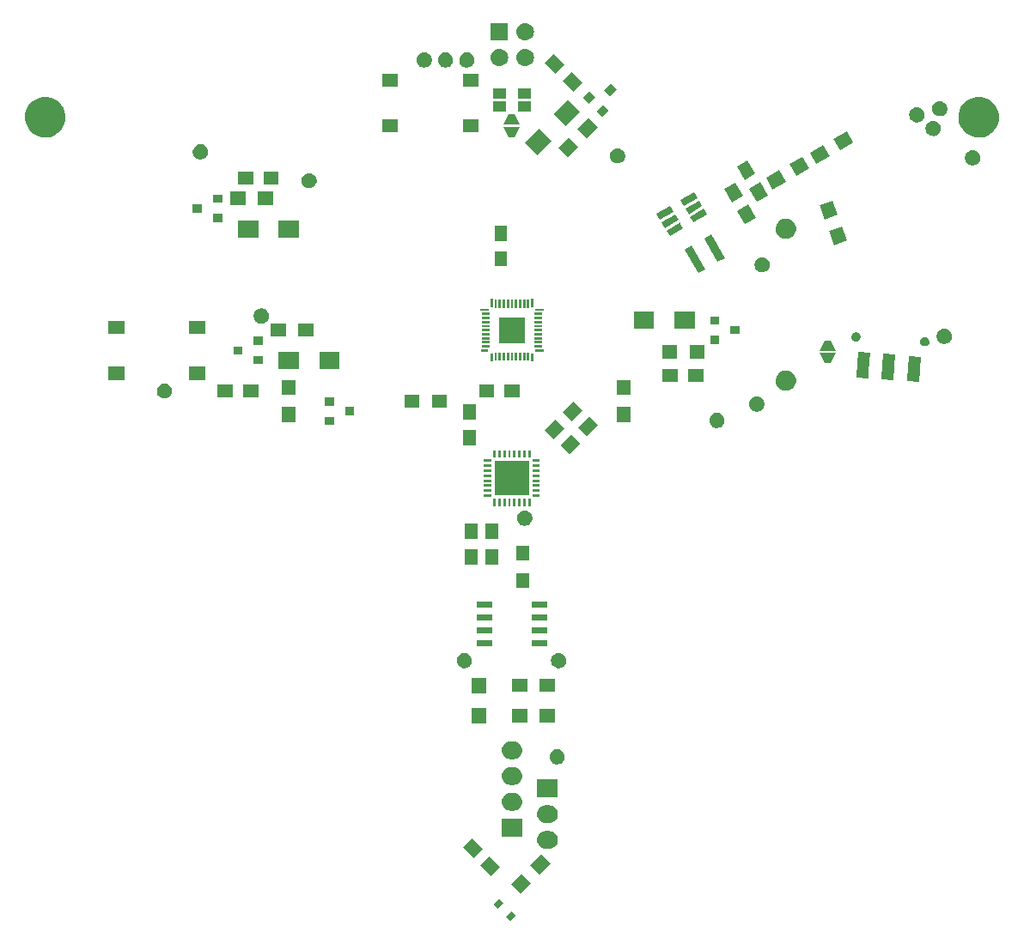
<source format=gbs>
G04 #@! TF.FileFunction,Soldermask,Bot*
%FSLAX46Y46*%
G04 Gerber Fmt 4.6, Leading zero omitted, Abs format (unit mm)*
G04 Created by KiCad (PCBNEW 4.0.6) date Monday, May 07, 2018 'PMt' 08:57:05 PM*
%MOMM*%
%LPD*%
G01*
G04 APERTURE LIST*
%ADD10C,0.100000*%
G04 APERTURE END LIST*
D10*
G36*
X150396016Y-147730330D02*
X149830330Y-148296016D01*
X149406066Y-147871752D01*
X149971752Y-147306066D01*
X150396016Y-147730330D01*
X150396016Y-147730330D01*
G37*
G36*
X149193934Y-146528248D02*
X148628248Y-147093934D01*
X148203984Y-146669670D01*
X148769670Y-146103984D01*
X149193934Y-146528248D01*
X149193934Y-146528248D01*
G37*
G36*
X151880762Y-144538477D02*
X150820101Y-145599138D01*
X149900862Y-144679899D01*
X150961523Y-143619238D01*
X151880762Y-144538477D01*
X151880762Y-144538477D01*
G37*
G36*
X148856156Y-142972271D02*
X147972271Y-143856156D01*
X146911610Y-142795495D01*
X147795495Y-141911610D01*
X148856156Y-142972271D01*
X148856156Y-142972271D01*
G37*
G36*
X153789950Y-142629289D02*
X152729289Y-143689950D01*
X151810050Y-142770711D01*
X152870711Y-141710050D01*
X153789950Y-142629289D01*
X153789950Y-142629289D01*
G37*
G36*
X147088390Y-141204505D02*
X146204505Y-142088390D01*
X145143844Y-141027729D01*
X146027729Y-140143844D01*
X147088390Y-141204505D01*
X147088390Y-141204505D01*
G37*
G36*
X153664649Y-139426451D02*
X153669374Y-139426484D01*
X153836869Y-139445272D01*
X153997524Y-139496235D01*
X154145222Y-139577432D01*
X154274335Y-139685771D01*
X154379946Y-139817124D01*
X154458032Y-139966490D01*
X154505619Y-140128177D01*
X154505622Y-140128206D01*
X154505627Y-140128224D01*
X154520898Y-140296027D01*
X154503285Y-140463602D01*
X154503281Y-140463616D01*
X154503277Y-140463651D01*
X154453437Y-140624658D01*
X154373273Y-140772919D01*
X154265838Y-140902785D01*
X154135225Y-141009311D01*
X153986408Y-141088438D01*
X153825057Y-141137153D01*
X153657316Y-141153600D01*
X153342648Y-141153600D01*
X153335351Y-141153549D01*
X153330626Y-141153516D01*
X153163131Y-141134728D01*
X153002476Y-141083765D01*
X152854778Y-141002568D01*
X152725665Y-140894229D01*
X152620054Y-140762876D01*
X152541968Y-140613510D01*
X152494381Y-140451823D01*
X152494378Y-140451794D01*
X152494373Y-140451776D01*
X152479102Y-140283973D01*
X152496715Y-140116398D01*
X152496719Y-140116384D01*
X152496723Y-140116349D01*
X152546563Y-139955342D01*
X152626727Y-139807081D01*
X152734162Y-139677215D01*
X152864775Y-139570689D01*
X153013592Y-139491562D01*
X153174943Y-139442847D01*
X153342684Y-139426400D01*
X153657352Y-139426400D01*
X153664649Y-139426451D01*
X153664649Y-139426451D01*
G37*
G36*
X151016000Y-139943599D02*
X148984000Y-139943599D01*
X148984000Y-138216399D01*
X151016000Y-138216399D01*
X151016000Y-139943599D01*
X151016000Y-139943599D01*
G37*
G36*
X153664649Y-136886451D02*
X153669374Y-136886484D01*
X153836869Y-136905272D01*
X153997524Y-136956235D01*
X154145222Y-137037432D01*
X154274335Y-137145771D01*
X154379946Y-137277124D01*
X154458032Y-137426490D01*
X154505619Y-137588177D01*
X154505622Y-137588206D01*
X154505627Y-137588224D01*
X154520898Y-137756027D01*
X154503285Y-137923602D01*
X154503281Y-137923616D01*
X154503277Y-137923651D01*
X154453437Y-138084658D01*
X154373273Y-138232919D01*
X154265838Y-138362785D01*
X154135225Y-138469311D01*
X153986408Y-138548438D01*
X153825057Y-138597153D01*
X153657316Y-138613600D01*
X153342648Y-138613600D01*
X153335351Y-138613549D01*
X153330626Y-138613516D01*
X153163131Y-138594728D01*
X153002476Y-138543765D01*
X152854778Y-138462568D01*
X152725665Y-138354229D01*
X152620054Y-138222876D01*
X152541968Y-138073510D01*
X152494381Y-137911823D01*
X152494378Y-137911794D01*
X152494373Y-137911776D01*
X152479102Y-137743973D01*
X152496715Y-137576398D01*
X152496719Y-137576384D01*
X152496723Y-137576349D01*
X152546563Y-137415342D01*
X152626727Y-137267081D01*
X152734162Y-137137215D01*
X152864775Y-137030689D01*
X153013592Y-136951562D01*
X153174943Y-136902847D01*
X153342684Y-136886400D01*
X153657352Y-136886400D01*
X153664649Y-136886451D01*
X153664649Y-136886451D01*
G37*
G36*
X150164649Y-135676450D02*
X150169374Y-135676483D01*
X150336869Y-135695271D01*
X150497524Y-135746234D01*
X150645222Y-135827431D01*
X150774335Y-135935770D01*
X150879946Y-136067123D01*
X150958032Y-136216489D01*
X151005619Y-136378176D01*
X151005622Y-136378205D01*
X151005627Y-136378223D01*
X151020898Y-136546026D01*
X151003285Y-136713601D01*
X151003281Y-136713615D01*
X151003277Y-136713650D01*
X150953437Y-136874657D01*
X150873273Y-137022918D01*
X150765838Y-137152784D01*
X150635225Y-137259310D01*
X150486408Y-137338437D01*
X150325057Y-137387152D01*
X150157316Y-137403599D01*
X149842648Y-137403599D01*
X149835351Y-137403548D01*
X149830626Y-137403515D01*
X149663131Y-137384727D01*
X149502476Y-137333764D01*
X149354778Y-137252567D01*
X149225665Y-137144228D01*
X149120054Y-137012875D01*
X149041968Y-136863509D01*
X148994381Y-136701822D01*
X148994378Y-136701793D01*
X148994373Y-136701775D01*
X148979102Y-136533972D01*
X148996715Y-136366397D01*
X148996719Y-136366383D01*
X148996723Y-136366348D01*
X149046563Y-136205341D01*
X149126727Y-136057080D01*
X149234162Y-135927214D01*
X149364775Y-135820688D01*
X149513592Y-135741561D01*
X149674943Y-135692846D01*
X149842684Y-135676399D01*
X150157352Y-135676399D01*
X150164649Y-135676450D01*
X150164649Y-135676450D01*
G37*
G36*
X154516000Y-136073600D02*
X152484000Y-136073600D01*
X152484000Y-134346400D01*
X154516000Y-134346400D01*
X154516000Y-136073600D01*
X154516000Y-136073600D01*
G37*
G36*
X150164649Y-133136450D02*
X150169374Y-133136483D01*
X150336869Y-133155271D01*
X150497524Y-133206234D01*
X150645222Y-133287431D01*
X150774335Y-133395770D01*
X150879946Y-133527123D01*
X150958032Y-133676489D01*
X151005619Y-133838176D01*
X151005622Y-133838205D01*
X151005627Y-133838223D01*
X151020898Y-134006026D01*
X151003285Y-134173601D01*
X151003281Y-134173615D01*
X151003277Y-134173650D01*
X150953437Y-134334657D01*
X150873273Y-134482918D01*
X150765838Y-134612784D01*
X150635225Y-134719310D01*
X150486408Y-134798437D01*
X150325057Y-134847152D01*
X150157316Y-134863599D01*
X149842648Y-134863599D01*
X149835351Y-134863548D01*
X149830626Y-134863515D01*
X149663131Y-134844727D01*
X149502476Y-134793764D01*
X149354778Y-134712567D01*
X149225665Y-134604228D01*
X149120054Y-134472875D01*
X149041968Y-134323509D01*
X148994381Y-134161822D01*
X148994378Y-134161793D01*
X148994373Y-134161775D01*
X148979102Y-133993972D01*
X148996715Y-133826397D01*
X148996719Y-133826383D01*
X148996723Y-133826348D01*
X149046563Y-133665341D01*
X149126727Y-133517080D01*
X149234162Y-133387214D01*
X149364775Y-133280688D01*
X149513592Y-133201561D01*
X149674943Y-133152846D01*
X149842684Y-133136399D01*
X150157352Y-133136399D01*
X150164649Y-133136450D01*
X150164649Y-133136450D01*
G37*
G36*
X154528775Y-131350498D02*
X154672856Y-131380073D01*
X154808444Y-131437069D01*
X154930382Y-131519317D01*
X155034023Y-131623685D01*
X155115419Y-131746194D01*
X155171464Y-131882173D01*
X155199966Y-132026115D01*
X155199966Y-132026125D01*
X155200032Y-132026459D01*
X155197686Y-132194455D01*
X155197610Y-132194789D01*
X155197610Y-132194801D01*
X155165104Y-132337881D01*
X155105279Y-132472250D01*
X155020496Y-132592437D01*
X154913978Y-132693872D01*
X154789796Y-132772680D01*
X154652666Y-132825869D01*
X154507819Y-132851410D01*
X154360769Y-132848330D01*
X154217111Y-132816745D01*
X154082338Y-132757864D01*
X153961554Y-132673917D01*
X153859383Y-132568115D01*
X153779709Y-132444486D01*
X153725564Y-132307731D01*
X153699012Y-132163059D01*
X153701066Y-132015992D01*
X153731645Y-131872127D01*
X153789587Y-131736937D01*
X153872687Y-131615574D01*
X153977773Y-131512665D01*
X154100844Y-131432130D01*
X154237221Y-131377030D01*
X154381693Y-131349470D01*
X154528775Y-131350498D01*
X154528775Y-131350498D01*
G37*
G36*
X150164649Y-130596450D02*
X150169374Y-130596483D01*
X150336869Y-130615271D01*
X150497524Y-130666234D01*
X150645222Y-130747431D01*
X150774335Y-130855770D01*
X150879946Y-130987123D01*
X150958032Y-131136489D01*
X151005619Y-131298176D01*
X151005622Y-131298205D01*
X151005627Y-131298223D01*
X151020898Y-131466026D01*
X151003285Y-131633601D01*
X151003281Y-131633615D01*
X151003277Y-131633650D01*
X150953437Y-131794657D01*
X150873273Y-131942918D01*
X150765838Y-132072784D01*
X150635225Y-132179310D01*
X150486408Y-132258437D01*
X150325057Y-132307152D01*
X150157316Y-132323599D01*
X149842648Y-132323599D01*
X149835351Y-132323548D01*
X149830626Y-132323515D01*
X149663131Y-132304727D01*
X149502476Y-132253764D01*
X149354778Y-132172567D01*
X149225665Y-132064228D01*
X149120054Y-131932875D01*
X149041968Y-131783509D01*
X148994381Y-131621822D01*
X148994378Y-131621793D01*
X148994373Y-131621775D01*
X148979102Y-131453972D01*
X148996715Y-131286397D01*
X148996719Y-131286383D01*
X148996723Y-131286348D01*
X149046563Y-131125341D01*
X149126727Y-130977080D01*
X149234162Y-130847214D01*
X149364775Y-130740688D01*
X149513592Y-130661561D01*
X149674943Y-130612846D01*
X149842684Y-130596399D01*
X150157352Y-130596399D01*
X150164649Y-130596450D01*
X150164649Y-130596450D01*
G37*
G36*
X147500000Y-128800000D02*
X146000000Y-128800000D01*
X146000000Y-127300000D01*
X147500000Y-127300000D01*
X147500000Y-128800000D01*
X147500000Y-128800000D01*
G37*
G36*
X154199999Y-128700000D02*
X152699999Y-128700000D01*
X152699999Y-127400000D01*
X154199999Y-127400000D01*
X154199999Y-128700000D01*
X154199999Y-128700000D01*
G37*
G36*
X151499999Y-128700000D02*
X149999999Y-128700000D01*
X149999999Y-127400000D01*
X151499999Y-127400000D01*
X151499999Y-128700000D01*
X151499999Y-128700000D01*
G37*
G36*
X147500001Y-125800000D02*
X146000001Y-125800000D01*
X146000001Y-124300000D01*
X147500001Y-124300000D01*
X147500001Y-125800000D01*
X147500001Y-125800000D01*
G37*
G36*
X151500000Y-125700000D02*
X150000000Y-125700000D01*
X150000000Y-124400000D01*
X151500000Y-124400000D01*
X151500000Y-125700000D01*
X151500000Y-125700000D01*
G37*
G36*
X154200000Y-125700000D02*
X152700000Y-125700000D01*
X152700000Y-124400000D01*
X154200000Y-124400000D01*
X154200000Y-125700000D01*
X154200000Y-125700000D01*
G37*
G36*
X145378775Y-121850498D02*
X145522856Y-121880073D01*
X145658444Y-121937069D01*
X145780382Y-122019317D01*
X145884023Y-122123685D01*
X145965419Y-122246194D01*
X146021464Y-122382173D01*
X146049966Y-122526115D01*
X146049966Y-122526125D01*
X146050032Y-122526459D01*
X146047686Y-122694455D01*
X146047610Y-122694789D01*
X146047610Y-122694801D01*
X146015104Y-122837881D01*
X145955279Y-122972250D01*
X145870496Y-123092437D01*
X145763978Y-123193872D01*
X145639796Y-123272680D01*
X145502666Y-123325869D01*
X145357819Y-123351410D01*
X145210769Y-123348330D01*
X145067111Y-123316745D01*
X144932338Y-123257864D01*
X144811554Y-123173917D01*
X144709383Y-123068115D01*
X144629709Y-122944486D01*
X144575564Y-122807731D01*
X144549012Y-122663059D01*
X144551066Y-122515992D01*
X144581645Y-122372127D01*
X144639587Y-122236937D01*
X144722687Y-122115574D01*
X144827773Y-122012665D01*
X144950844Y-121932130D01*
X145087221Y-121877030D01*
X145231693Y-121849470D01*
X145378775Y-121850498D01*
X145378775Y-121850498D01*
G37*
G36*
X154678775Y-121850498D02*
X154822856Y-121880073D01*
X154958444Y-121937069D01*
X155080382Y-122019317D01*
X155184023Y-122123685D01*
X155265419Y-122246194D01*
X155321464Y-122382173D01*
X155349966Y-122526115D01*
X155349966Y-122526125D01*
X155350032Y-122526459D01*
X155347686Y-122694455D01*
X155347610Y-122694789D01*
X155347610Y-122694801D01*
X155315104Y-122837881D01*
X155255279Y-122972250D01*
X155170496Y-123092437D01*
X155063978Y-123193872D01*
X154939796Y-123272680D01*
X154802666Y-123325869D01*
X154657819Y-123351410D01*
X154510769Y-123348330D01*
X154367111Y-123316745D01*
X154232338Y-123257864D01*
X154111554Y-123173917D01*
X154009383Y-123068115D01*
X153929709Y-122944486D01*
X153875564Y-122807731D01*
X153849012Y-122663059D01*
X153851066Y-122515992D01*
X153881645Y-122372127D01*
X153939587Y-122236937D01*
X154022687Y-122115574D01*
X154127773Y-122012665D01*
X154250844Y-121932130D01*
X154387221Y-121877030D01*
X154531693Y-121849470D01*
X154678775Y-121850498D01*
X154678775Y-121850498D01*
G37*
G36*
X148075000Y-121205000D02*
X146525000Y-121205000D01*
X146525000Y-120605000D01*
X148075000Y-120605000D01*
X148075000Y-121205000D01*
X148075000Y-121205000D01*
G37*
G36*
X153475000Y-121205000D02*
X151925000Y-121205000D01*
X151925000Y-120605000D01*
X153475000Y-120605000D01*
X153475000Y-121205000D01*
X153475000Y-121205000D01*
G37*
G36*
X148075000Y-119935000D02*
X146525000Y-119935000D01*
X146525000Y-119335000D01*
X148075000Y-119335000D01*
X148075000Y-119935000D01*
X148075000Y-119935000D01*
G37*
G36*
X153475000Y-119935000D02*
X151925000Y-119935000D01*
X151925000Y-119335000D01*
X153475000Y-119335000D01*
X153475000Y-119935000D01*
X153475000Y-119935000D01*
G37*
G36*
X148075000Y-118665000D02*
X146525000Y-118665000D01*
X146525000Y-118065000D01*
X148075000Y-118065000D01*
X148075000Y-118665000D01*
X148075000Y-118665000D01*
G37*
G36*
X153475000Y-118665000D02*
X151925000Y-118665000D01*
X151925000Y-118065000D01*
X153475000Y-118065000D01*
X153475000Y-118665000D01*
X153475000Y-118665000D01*
G37*
G36*
X148075000Y-117395000D02*
X146525000Y-117395000D01*
X146525000Y-116795000D01*
X148075000Y-116795000D01*
X148075000Y-117395000D01*
X148075000Y-117395000D01*
G37*
G36*
X153475000Y-117395000D02*
X151925000Y-117395000D01*
X151925000Y-116795000D01*
X153475000Y-116795000D01*
X153475000Y-117395000D01*
X153475000Y-117395000D01*
G37*
G36*
X151700000Y-115450000D02*
X150400000Y-115450000D01*
X150400000Y-113950000D01*
X151700000Y-113950000D01*
X151700000Y-115450000D01*
X151700000Y-115450000D01*
G37*
G36*
X148625000Y-113100000D02*
X147375000Y-113100000D01*
X147375000Y-111600000D01*
X148625000Y-111600000D01*
X148625000Y-113100000D01*
X148625000Y-113100000D01*
G37*
G36*
X146625000Y-113100000D02*
X145375000Y-113100000D01*
X145375000Y-111600000D01*
X146625000Y-111600000D01*
X146625000Y-113100000D01*
X146625000Y-113100000D01*
G37*
G36*
X151700000Y-112750000D02*
X150400000Y-112750000D01*
X150400000Y-111250000D01*
X151700000Y-111250000D01*
X151700000Y-112750000D01*
X151700000Y-112750000D01*
G37*
G36*
X148625000Y-110600000D02*
X147375000Y-110600000D01*
X147375000Y-109100000D01*
X148625000Y-109100000D01*
X148625000Y-110600000D01*
X148625000Y-110600000D01*
G37*
G36*
X146625000Y-110600000D02*
X145375000Y-110600000D01*
X145375000Y-109100000D01*
X146625000Y-109100000D01*
X146625000Y-110600000D01*
X146625000Y-110600000D01*
G37*
G36*
X151328775Y-107800498D02*
X151472856Y-107830073D01*
X151608444Y-107887069D01*
X151730382Y-107969317D01*
X151834023Y-108073685D01*
X151915419Y-108196194D01*
X151971464Y-108332173D01*
X151999966Y-108476115D01*
X151999966Y-108476125D01*
X152000032Y-108476459D01*
X151997686Y-108644455D01*
X151997610Y-108644789D01*
X151997610Y-108644801D01*
X151965104Y-108787881D01*
X151905279Y-108922250D01*
X151820496Y-109042437D01*
X151713978Y-109143872D01*
X151589796Y-109222680D01*
X151452666Y-109275869D01*
X151307819Y-109301410D01*
X151160769Y-109298330D01*
X151017111Y-109266745D01*
X150882338Y-109207864D01*
X150761554Y-109123917D01*
X150659383Y-109018115D01*
X150579709Y-108894486D01*
X150525564Y-108757731D01*
X150499012Y-108613059D01*
X150501066Y-108465992D01*
X150531645Y-108322127D01*
X150589587Y-108186937D01*
X150672687Y-108065574D01*
X150777773Y-107962665D01*
X150900844Y-107882130D01*
X151037221Y-107827030D01*
X151181693Y-107799470D01*
X151328775Y-107800498D01*
X151328775Y-107800498D01*
G37*
G36*
X148375000Y-107350000D02*
X148125000Y-107350000D01*
X148125000Y-106650000D01*
X148375000Y-106650000D01*
X148375000Y-107350000D01*
X148375000Y-107350000D01*
G37*
G36*
X148875000Y-107350000D02*
X148625000Y-107350000D01*
X148625000Y-106650000D01*
X148875000Y-106650000D01*
X148875000Y-107350000D01*
X148875000Y-107350000D01*
G37*
G36*
X149375000Y-107350000D02*
X149125000Y-107350000D01*
X149125000Y-106650000D01*
X149375000Y-106650000D01*
X149375000Y-107350000D01*
X149375000Y-107350000D01*
G37*
G36*
X149875000Y-107350000D02*
X149625000Y-107350000D01*
X149625000Y-106650000D01*
X149875000Y-106650000D01*
X149875000Y-107350000D01*
X149875000Y-107350000D01*
G37*
G36*
X150375000Y-107350000D02*
X150125000Y-107350000D01*
X150125000Y-106650000D01*
X150375000Y-106650000D01*
X150375000Y-107350000D01*
X150375000Y-107350000D01*
G37*
G36*
X150875000Y-107350000D02*
X150625000Y-107350000D01*
X150625000Y-106650000D01*
X150875000Y-106650000D01*
X150875000Y-107350000D01*
X150875000Y-107350000D01*
G37*
G36*
X151375000Y-107350000D02*
X151125000Y-107350000D01*
X151125000Y-106650000D01*
X151375000Y-106650000D01*
X151375000Y-107350000D01*
X151375000Y-107350000D01*
G37*
G36*
X151875000Y-107350000D02*
X151625000Y-107350000D01*
X151625000Y-106650000D01*
X151875000Y-106650000D01*
X151875000Y-107350000D01*
X151875000Y-107350000D01*
G37*
G36*
X147950000Y-106475000D02*
X147250000Y-106475000D01*
X147250000Y-106225000D01*
X147950000Y-106225000D01*
X147950000Y-106475000D01*
X147950000Y-106475000D01*
G37*
G36*
X152750000Y-106475000D02*
X152050000Y-106475000D01*
X152050000Y-106225000D01*
X152750000Y-106225000D01*
X152750000Y-106475000D01*
X152750000Y-106475000D01*
G37*
G36*
X151725000Y-106325000D02*
X148275000Y-106325000D01*
X148275000Y-102875000D01*
X151725000Y-102875000D01*
X151725000Y-106325000D01*
X151725000Y-106325000D01*
G37*
G36*
X147950000Y-105975000D02*
X147250000Y-105975000D01*
X147250000Y-105725000D01*
X147950000Y-105725000D01*
X147950000Y-105975000D01*
X147950000Y-105975000D01*
G37*
G36*
X152750000Y-105975000D02*
X152050000Y-105975000D01*
X152050000Y-105725000D01*
X152750000Y-105725000D01*
X152750000Y-105975000D01*
X152750000Y-105975000D01*
G37*
G36*
X147950000Y-105475000D02*
X147250000Y-105475000D01*
X147250000Y-105225000D01*
X147950000Y-105225000D01*
X147950000Y-105475000D01*
X147950000Y-105475000D01*
G37*
G36*
X152750000Y-105475000D02*
X152050000Y-105475000D01*
X152050000Y-105225000D01*
X152750000Y-105225000D01*
X152750000Y-105475000D01*
X152750000Y-105475000D01*
G37*
G36*
X152750000Y-104975000D02*
X152050000Y-104975000D01*
X152050000Y-104725000D01*
X152750000Y-104725000D01*
X152750000Y-104975000D01*
X152750000Y-104975000D01*
G37*
G36*
X147950000Y-104975000D02*
X147250000Y-104975000D01*
X147250000Y-104725000D01*
X147950000Y-104725000D01*
X147950000Y-104975000D01*
X147950000Y-104975000D01*
G37*
G36*
X147950000Y-104475000D02*
X147250000Y-104475000D01*
X147250000Y-104225000D01*
X147950000Y-104225000D01*
X147950000Y-104475000D01*
X147950000Y-104475000D01*
G37*
G36*
X152750000Y-104475000D02*
X152050000Y-104475000D01*
X152050000Y-104225000D01*
X152750000Y-104225000D01*
X152750000Y-104475000D01*
X152750000Y-104475000D01*
G37*
G36*
X147950000Y-103975000D02*
X147250000Y-103975000D01*
X147250000Y-103725000D01*
X147950000Y-103725000D01*
X147950000Y-103975000D01*
X147950000Y-103975000D01*
G37*
G36*
X152750000Y-103975000D02*
X152050000Y-103975000D01*
X152050000Y-103725000D01*
X152750000Y-103725000D01*
X152750000Y-103975000D01*
X152750000Y-103975000D01*
G37*
G36*
X152750000Y-103475000D02*
X152050000Y-103475000D01*
X152050000Y-103225000D01*
X152750000Y-103225000D01*
X152750000Y-103475000D01*
X152750000Y-103475000D01*
G37*
G36*
X147950000Y-103475000D02*
X147250000Y-103475000D01*
X147250000Y-103225000D01*
X147950000Y-103225000D01*
X147950000Y-103475000D01*
X147950000Y-103475000D01*
G37*
G36*
X147950000Y-102975000D02*
X147250000Y-102975000D01*
X147250000Y-102725000D01*
X147950000Y-102725000D01*
X147950000Y-102975000D01*
X147950000Y-102975000D01*
G37*
G36*
X152750000Y-102975000D02*
X152050000Y-102975000D01*
X152050000Y-102725000D01*
X152750000Y-102725000D01*
X152750000Y-102975000D01*
X152750000Y-102975000D01*
G37*
G36*
X149375000Y-102550000D02*
X149125000Y-102550000D01*
X149125000Y-101850000D01*
X149375000Y-101850000D01*
X149375000Y-102550000D01*
X149375000Y-102550000D01*
G37*
G36*
X151875000Y-102550000D02*
X151625000Y-102550000D01*
X151625000Y-101850000D01*
X151875000Y-101850000D01*
X151875000Y-102550000D01*
X151875000Y-102550000D01*
G37*
G36*
X151375000Y-102550000D02*
X151125000Y-102550000D01*
X151125000Y-101850000D01*
X151375000Y-101850000D01*
X151375000Y-102550000D01*
X151375000Y-102550000D01*
G37*
G36*
X150875000Y-102550000D02*
X150625000Y-102550000D01*
X150625000Y-101850000D01*
X150875000Y-101850000D01*
X150875000Y-102550000D01*
X150875000Y-102550000D01*
G37*
G36*
X150375000Y-102550000D02*
X150125000Y-102550000D01*
X150125000Y-101850000D01*
X150375000Y-101850000D01*
X150375000Y-102550000D01*
X150375000Y-102550000D01*
G37*
G36*
X149875000Y-102550000D02*
X149625000Y-102550000D01*
X149625000Y-101850000D01*
X149875000Y-101850000D01*
X149875000Y-102550000D01*
X149875000Y-102550000D01*
G37*
G36*
X148875000Y-102550000D02*
X148625000Y-102550000D01*
X148625000Y-101850000D01*
X148875000Y-101850000D01*
X148875000Y-102550000D01*
X148875000Y-102550000D01*
G37*
G36*
X148375000Y-102550000D02*
X148125000Y-102550000D01*
X148125000Y-101850000D01*
X148375000Y-101850000D01*
X148375000Y-102550000D01*
X148375000Y-102550000D01*
G37*
G36*
X156704507Y-101179378D02*
X155643846Y-102240039D01*
X154759961Y-101356154D01*
X155820622Y-100295493D01*
X156704507Y-101179378D01*
X156704507Y-101179378D01*
G37*
G36*
X146425000Y-101350001D02*
X145175000Y-101350001D01*
X145175000Y-99850001D01*
X146425000Y-99850001D01*
X146425000Y-101350001D01*
X146425000Y-101350001D01*
G37*
G36*
X155204507Y-99679378D02*
X154143846Y-100740039D01*
X153259961Y-99856154D01*
X154320622Y-98795493D01*
X155204507Y-99679378D01*
X155204507Y-99679378D01*
G37*
G36*
X158472273Y-99411612D02*
X157411612Y-100472273D01*
X156527727Y-99588388D01*
X157588388Y-98527727D01*
X158472273Y-99411612D01*
X158472273Y-99411612D01*
G37*
G36*
X170278775Y-98150498D02*
X170422856Y-98180073D01*
X170558444Y-98237069D01*
X170680382Y-98319317D01*
X170784023Y-98423685D01*
X170865419Y-98546194D01*
X170921464Y-98682173D01*
X170949966Y-98826115D01*
X170949966Y-98826125D01*
X170950032Y-98826459D01*
X170947686Y-98994455D01*
X170947610Y-98994789D01*
X170947610Y-98994801D01*
X170915104Y-99137881D01*
X170855279Y-99272250D01*
X170770496Y-99392437D01*
X170663978Y-99493872D01*
X170539796Y-99572680D01*
X170402666Y-99625869D01*
X170257819Y-99651410D01*
X170110769Y-99648330D01*
X169967111Y-99616745D01*
X169832338Y-99557864D01*
X169711554Y-99473917D01*
X169609383Y-99368115D01*
X169529709Y-99244486D01*
X169475564Y-99107731D01*
X169449012Y-98963059D01*
X169451066Y-98815992D01*
X169481645Y-98672127D01*
X169539587Y-98536937D01*
X169622687Y-98415574D01*
X169727773Y-98312665D01*
X169850844Y-98232130D01*
X169987221Y-98177030D01*
X170131693Y-98149470D01*
X170278775Y-98150498D01*
X170278775Y-98150498D01*
G37*
G36*
X132450000Y-99350000D02*
X131550000Y-99350000D01*
X131550000Y-98550000D01*
X132450000Y-98550000D01*
X132450000Y-99350000D01*
X132450000Y-99350000D01*
G37*
G36*
X161650000Y-99100000D02*
X160350000Y-99100000D01*
X160350000Y-97600000D01*
X161650000Y-97600000D01*
X161650000Y-99100000D01*
X161650000Y-99100000D01*
G37*
G36*
X128650000Y-99100000D02*
X127350000Y-99100000D01*
X127350000Y-97600000D01*
X128650000Y-97600000D01*
X128650000Y-99100000D01*
X128650000Y-99100000D01*
G37*
G36*
X156972273Y-97911612D02*
X155911612Y-98972273D01*
X155027727Y-98088388D01*
X156088388Y-97027727D01*
X156972273Y-97911612D01*
X156972273Y-97911612D01*
G37*
G36*
X146425000Y-98850001D02*
X145175000Y-98850001D01*
X145175000Y-97350001D01*
X146425000Y-97350001D01*
X146425000Y-98850001D01*
X146425000Y-98850001D01*
G37*
G36*
X134450000Y-98400000D02*
X133550000Y-98400000D01*
X133550000Y-97600000D01*
X134450000Y-97600000D01*
X134450000Y-98400000D01*
X134450000Y-98400000D01*
G37*
G36*
X174203775Y-96550498D02*
X174347856Y-96580073D01*
X174483444Y-96637069D01*
X174605382Y-96719317D01*
X174709023Y-96823685D01*
X174790419Y-96946194D01*
X174846464Y-97082173D01*
X174874966Y-97226115D01*
X174874966Y-97226125D01*
X174875032Y-97226459D01*
X174872686Y-97394455D01*
X174872610Y-97394789D01*
X174872610Y-97394801D01*
X174840104Y-97537881D01*
X174780279Y-97672250D01*
X174695496Y-97792437D01*
X174588978Y-97893872D01*
X174464796Y-97972680D01*
X174327666Y-98025869D01*
X174182819Y-98051410D01*
X174035769Y-98048330D01*
X173892111Y-98016745D01*
X173757338Y-97957864D01*
X173636554Y-97873917D01*
X173534383Y-97768115D01*
X173454709Y-97644486D01*
X173400564Y-97507731D01*
X173374012Y-97363059D01*
X173376066Y-97215992D01*
X173406645Y-97072127D01*
X173464587Y-96936937D01*
X173547687Y-96815574D01*
X173652773Y-96712665D01*
X173775844Y-96632130D01*
X173912221Y-96577030D01*
X174056693Y-96549470D01*
X174203775Y-96550498D01*
X174203775Y-96550498D01*
G37*
G36*
X140900000Y-97650000D02*
X139400000Y-97650000D01*
X139400000Y-96350000D01*
X140900000Y-96350000D01*
X140900000Y-97650000D01*
X140900000Y-97650000D01*
G37*
G36*
X143600000Y-97650000D02*
X142100000Y-97650000D01*
X142100000Y-96350000D01*
X143600000Y-96350000D01*
X143600000Y-97650000D01*
X143600000Y-97650000D01*
G37*
G36*
X132450000Y-97450000D02*
X131550000Y-97450000D01*
X131550000Y-96650000D01*
X132450000Y-96650000D01*
X132450000Y-97450000D01*
X132450000Y-97450000D01*
G37*
G36*
X115828775Y-95250498D02*
X115972856Y-95280073D01*
X116108444Y-95337069D01*
X116230382Y-95419317D01*
X116334023Y-95523685D01*
X116415419Y-95646194D01*
X116471464Y-95782173D01*
X116499966Y-95926115D01*
X116499966Y-95926125D01*
X116500032Y-95926459D01*
X116497686Y-96094455D01*
X116497610Y-96094789D01*
X116497610Y-96094801D01*
X116465104Y-96237881D01*
X116405279Y-96372250D01*
X116320496Y-96492437D01*
X116213978Y-96593872D01*
X116089796Y-96672680D01*
X115952666Y-96725869D01*
X115807819Y-96751410D01*
X115660769Y-96748330D01*
X115517111Y-96716745D01*
X115382338Y-96657864D01*
X115261554Y-96573917D01*
X115159383Y-96468115D01*
X115079709Y-96344486D01*
X115025564Y-96207731D01*
X114999012Y-96063059D01*
X115001066Y-95915992D01*
X115031645Y-95772127D01*
X115089587Y-95636937D01*
X115172687Y-95515574D01*
X115277773Y-95412665D01*
X115400844Y-95332130D01*
X115537221Y-95277030D01*
X115681693Y-95249470D01*
X115828775Y-95250498D01*
X115828775Y-95250498D01*
G37*
G36*
X148249999Y-96625001D02*
X146749999Y-96625001D01*
X146749999Y-95375001D01*
X148249999Y-95375001D01*
X148249999Y-96625001D01*
X148249999Y-96625001D01*
G37*
G36*
X150749999Y-96625001D02*
X149249999Y-96625001D01*
X149249999Y-95375001D01*
X150749999Y-95375001D01*
X150749999Y-96625001D01*
X150749999Y-96625001D01*
G37*
G36*
X125000000Y-96625000D02*
X123500000Y-96625000D01*
X123500000Y-95375000D01*
X125000000Y-95375000D01*
X125000000Y-96625000D01*
X125000000Y-96625000D01*
G37*
G36*
X122500000Y-96625000D02*
X121000000Y-96625000D01*
X121000000Y-95375000D01*
X122500000Y-95375000D01*
X122500000Y-96625000D01*
X122500000Y-96625000D01*
G37*
G36*
X128650000Y-96400000D02*
X127350000Y-96400000D01*
X127350000Y-94900000D01*
X128650000Y-94900000D01*
X128650000Y-96400000D01*
X128650000Y-96400000D01*
G37*
G36*
X161650000Y-96400000D02*
X160350000Y-96400000D01*
X160350000Y-94900000D01*
X161650000Y-94900000D01*
X161650000Y-96400000D01*
X161650000Y-96400000D01*
G37*
G36*
X177105034Y-93990664D02*
X177297141Y-94030098D01*
X177477925Y-94106093D01*
X177640509Y-94215756D01*
X177778697Y-94354913D01*
X177887223Y-94518256D01*
X177961954Y-94699567D01*
X177999978Y-94891601D01*
X177999978Y-94891616D01*
X178000043Y-94891945D01*
X177996916Y-95115940D01*
X177996839Y-95116278D01*
X177996839Y-95116286D01*
X177953471Y-95307175D01*
X177873705Y-95486333D01*
X177760661Y-95646583D01*
X177618639Y-95781828D01*
X177453061Y-95886906D01*
X177270221Y-95957827D01*
X177077093Y-95991879D01*
X176881025Y-95987773D01*
X176689485Y-95945660D01*
X176509779Y-95867147D01*
X176348742Y-95755225D01*
X176212511Y-95614153D01*
X176106279Y-95449313D01*
X176034085Y-95266974D01*
X175998682Y-95074080D01*
X176001421Y-94877990D01*
X176042194Y-94686168D01*
X176119451Y-94505914D01*
X176230247Y-94344101D01*
X176370364Y-94206887D01*
X176534461Y-94099505D01*
X176716292Y-94026041D01*
X176908925Y-93989294D01*
X177105034Y-93990664D01*
X177105034Y-93990664D01*
G37*
G36*
X190287814Y-92612590D02*
X190113423Y-95106501D01*
X188916346Y-95022794D01*
X188926472Y-94877992D01*
X189090737Y-92528883D01*
X190287814Y-92612590D01*
X190287814Y-92612590D01*
G37*
G36*
X168850000Y-95075000D02*
X167350000Y-95075000D01*
X167350000Y-93825000D01*
X168850000Y-93825000D01*
X168850000Y-95075000D01*
X168850000Y-95075000D01*
G37*
G36*
X166350000Y-95075000D02*
X164850000Y-95075000D01*
X164850000Y-93825000D01*
X166350000Y-93825000D01*
X166350000Y-95075000D01*
X166350000Y-95075000D01*
G37*
G36*
X187793904Y-92438199D02*
X187793904Y-92438200D01*
X187619513Y-94932110D01*
X186422436Y-94848403D01*
X186433781Y-94686168D01*
X186596827Y-92354492D01*
X187793904Y-92438199D01*
X187793904Y-92438199D01*
G37*
G36*
X111800000Y-94900000D02*
X110250000Y-94900000D01*
X110250000Y-93600000D01*
X111800000Y-93600000D01*
X111800000Y-94900000D01*
X111800000Y-94900000D01*
G37*
G36*
X119750000Y-94900000D02*
X118200000Y-94900000D01*
X118200000Y-93600000D01*
X119750000Y-93600000D01*
X119750000Y-94900000D01*
X119750000Y-94900000D01*
G37*
G36*
X185299994Y-92263808D02*
X185299994Y-92263809D01*
X185176767Y-94026041D01*
X185125603Y-94757719D01*
X183928526Y-94674012D01*
X183939418Y-94518256D01*
X184102917Y-92180101D01*
X185299994Y-92263808D01*
X185299994Y-92263808D01*
G37*
G36*
X133000000Y-93850000D02*
X131000000Y-93850000D01*
X131000000Y-92150000D01*
X133000000Y-92150000D01*
X133000000Y-93850000D01*
X133000000Y-93850000D01*
G37*
G36*
X129000000Y-93850000D02*
X127000000Y-93850000D01*
X127000000Y-92150000D01*
X129000000Y-92150000D01*
X129000000Y-93850000D01*
X129000000Y-93850000D01*
G37*
G36*
X125450000Y-93350000D02*
X124550000Y-93350000D01*
X124550000Y-92550000D01*
X125450000Y-92550000D01*
X125450000Y-93350000D01*
X125450000Y-93350000D01*
G37*
G36*
X181450001Y-93250000D02*
X180849999Y-93250000D01*
X180349999Y-92250000D01*
X181950001Y-92250000D01*
X181450001Y-93250000D01*
X181450001Y-93250000D01*
G37*
G36*
X152120000Y-93100000D02*
X151880000Y-93100000D01*
X151880000Y-92300000D01*
X152120000Y-92300000D01*
X152120000Y-93100000D01*
X152120000Y-93100000D01*
G37*
G36*
X148120000Y-93100000D02*
X147880000Y-93100000D01*
X147880000Y-92300000D01*
X148120000Y-92300000D01*
X148120000Y-93100000D01*
X148120000Y-93100000D01*
G37*
G36*
X148520000Y-93000000D02*
X148280000Y-93000000D01*
X148280000Y-92200000D01*
X148520000Y-92200000D01*
X148520000Y-93000000D01*
X148520000Y-93000000D01*
G37*
G36*
X148920000Y-93000000D02*
X148680000Y-93000000D01*
X148680000Y-92200000D01*
X148920000Y-92200000D01*
X148920000Y-93000000D01*
X148920000Y-93000000D01*
G37*
G36*
X149320000Y-93000000D02*
X149080000Y-93000000D01*
X149080000Y-92200000D01*
X149320000Y-92200000D01*
X149320000Y-93000000D01*
X149320000Y-93000000D01*
G37*
G36*
X149720000Y-93000000D02*
X149480000Y-93000000D01*
X149480000Y-92200000D01*
X149720000Y-92200000D01*
X149720000Y-93000000D01*
X149720000Y-93000000D01*
G37*
G36*
X151720000Y-93000000D02*
X151480000Y-93000000D01*
X151480000Y-92200000D01*
X151720000Y-92200000D01*
X151720000Y-93000000D01*
X151720000Y-93000000D01*
G37*
G36*
X151320000Y-93000000D02*
X151080000Y-93000000D01*
X151080000Y-92200000D01*
X151320000Y-92200000D01*
X151320000Y-93000000D01*
X151320000Y-93000000D01*
G37*
G36*
X150120000Y-93000000D02*
X149880000Y-93000000D01*
X149880000Y-92200000D01*
X150120000Y-92200000D01*
X150120000Y-93000000D01*
X150120000Y-93000000D01*
G37*
G36*
X150520000Y-93000000D02*
X150280000Y-93000000D01*
X150280000Y-92200000D01*
X150520000Y-92200000D01*
X150520000Y-93000000D01*
X150520000Y-93000000D01*
G37*
G36*
X150920000Y-93000000D02*
X150680000Y-93000000D01*
X150680000Y-92200000D01*
X150920000Y-92200000D01*
X150920000Y-93000000D01*
X150920000Y-93000000D01*
G37*
G36*
X166300000Y-92800000D02*
X164800000Y-92800000D01*
X164800000Y-91500000D01*
X166300000Y-91500000D01*
X166300000Y-92800000D01*
X166300000Y-92800000D01*
G37*
G36*
X169000000Y-92800000D02*
X167500000Y-92800000D01*
X167500000Y-91500000D01*
X169000000Y-91500000D01*
X169000000Y-92800000D01*
X169000000Y-92800000D01*
G37*
G36*
X123450000Y-92400000D02*
X122550000Y-92400000D01*
X122550000Y-91600000D01*
X123450000Y-91600000D01*
X123450000Y-92400000D01*
X123450000Y-92400000D01*
G37*
G36*
X153100000Y-92120000D02*
X152300000Y-92120000D01*
X152300000Y-91880000D01*
X153100000Y-91880000D01*
X153100000Y-92120000D01*
X153100000Y-92120000D01*
G37*
G36*
X147650000Y-92120000D02*
X146950000Y-92120000D01*
X146950000Y-91880000D01*
X147650000Y-91880000D01*
X147650000Y-92120000D01*
X147650000Y-92120000D01*
G37*
G36*
X181950000Y-92050000D02*
X180350000Y-92050000D01*
X180850000Y-91050000D01*
X181450000Y-91050000D01*
X181950000Y-92050000D01*
X181950000Y-92050000D01*
G37*
G36*
X153000000Y-91720000D02*
X152200000Y-91720000D01*
X152200000Y-91480000D01*
X153000000Y-91480000D01*
X153000000Y-91720000D01*
X153000000Y-91720000D01*
G37*
G36*
X147800000Y-91720000D02*
X147000000Y-91720000D01*
X147000000Y-91480000D01*
X147800000Y-91480000D01*
X147800000Y-91720000D01*
X147800000Y-91720000D01*
G37*
G36*
X190738983Y-90687470D02*
X190825432Y-90705216D01*
X190906784Y-90739413D01*
X190979950Y-90788764D01*
X191042133Y-90851382D01*
X191090968Y-90924886D01*
X191124598Y-91006477D01*
X191141671Y-91092702D01*
X191141671Y-91092713D01*
X191141737Y-91093047D01*
X191140329Y-91193845D01*
X191140253Y-91194179D01*
X191140253Y-91194191D01*
X191120781Y-91279900D01*
X191084886Y-91360522D01*
X191034017Y-91432634D01*
X190970107Y-91493494D01*
X190895592Y-91540782D01*
X190813317Y-91572695D01*
X190726411Y-91588018D01*
X190638181Y-91586171D01*
X190551983Y-91567219D01*
X190471118Y-91531890D01*
X190398653Y-91481525D01*
X190337348Y-91418041D01*
X190289542Y-91343863D01*
X190257056Y-91261811D01*
X190241124Y-91175006D01*
X190242357Y-91086767D01*
X190260704Y-91000449D01*
X190295471Y-90919333D01*
X190345329Y-90846517D01*
X190408382Y-90784770D01*
X190482225Y-90736448D01*
X190564049Y-90703389D01*
X190650732Y-90686854D01*
X190738983Y-90687470D01*
X190738983Y-90687470D01*
G37*
G36*
X125450000Y-91450000D02*
X124550000Y-91450000D01*
X124550000Y-90650000D01*
X125450000Y-90650000D01*
X125450000Y-91450000D01*
X125450000Y-91450000D01*
G37*
G36*
X192678775Y-89850498D02*
X192822856Y-89880073D01*
X192958444Y-89937069D01*
X193080382Y-90019317D01*
X193184023Y-90123685D01*
X193265419Y-90246194D01*
X193321464Y-90382173D01*
X193349966Y-90526115D01*
X193349966Y-90526125D01*
X193350032Y-90526459D01*
X193347686Y-90694455D01*
X193347610Y-90694789D01*
X193347610Y-90694801D01*
X193315104Y-90837881D01*
X193255279Y-90972250D01*
X193170496Y-91092437D01*
X193063978Y-91193872D01*
X192939796Y-91272680D01*
X192802666Y-91325869D01*
X192657819Y-91351410D01*
X192510769Y-91348330D01*
X192367111Y-91316745D01*
X192232338Y-91257864D01*
X192111554Y-91173917D01*
X192009383Y-91068115D01*
X191929709Y-90944486D01*
X191875564Y-90807731D01*
X191849012Y-90663059D01*
X191851066Y-90515992D01*
X191881645Y-90372127D01*
X191939587Y-90236937D01*
X192022687Y-90115574D01*
X192127773Y-90012665D01*
X192250844Y-89932130D01*
X192387221Y-89877030D01*
X192531693Y-89849470D01*
X192678775Y-89850498D01*
X192678775Y-89850498D01*
G37*
G36*
X170450000Y-91350000D02*
X169550000Y-91350000D01*
X169550000Y-90550000D01*
X170450000Y-90550000D01*
X170450000Y-91350000D01*
X170450000Y-91350000D01*
G37*
G36*
X153000000Y-91320000D02*
X152200000Y-91320000D01*
X152200000Y-91080000D01*
X153000000Y-91080000D01*
X153000000Y-91320000D01*
X153000000Y-91320000D01*
G37*
G36*
X147800000Y-91320000D02*
X147000000Y-91320000D01*
X147000000Y-91080000D01*
X147800000Y-91080000D01*
X147800000Y-91320000D01*
X147800000Y-91320000D01*
G37*
G36*
X151275000Y-91275000D02*
X148725000Y-91275000D01*
X148725000Y-88725000D01*
X151275000Y-88725000D01*
X151275000Y-91275000D01*
X151275000Y-91275000D01*
G37*
G36*
X183955547Y-90213126D02*
X184041996Y-90230872D01*
X184123348Y-90265069D01*
X184196514Y-90314420D01*
X184258697Y-90377038D01*
X184307532Y-90450542D01*
X184341162Y-90532133D01*
X184358235Y-90618358D01*
X184358235Y-90618369D01*
X184358301Y-90618703D01*
X184356893Y-90719501D01*
X184356817Y-90719835D01*
X184356817Y-90719847D01*
X184337345Y-90805556D01*
X184301450Y-90886178D01*
X184250581Y-90958290D01*
X184186671Y-91019150D01*
X184112156Y-91066438D01*
X184029881Y-91098351D01*
X183942975Y-91113674D01*
X183854745Y-91111827D01*
X183768547Y-91092875D01*
X183687682Y-91057546D01*
X183615217Y-91007181D01*
X183553912Y-90943697D01*
X183506106Y-90869519D01*
X183473620Y-90787467D01*
X183457688Y-90700662D01*
X183458921Y-90612423D01*
X183477268Y-90526105D01*
X183512035Y-90444989D01*
X183561893Y-90372173D01*
X183624946Y-90310426D01*
X183698789Y-90262104D01*
X183780613Y-90229045D01*
X183867296Y-90212510D01*
X183955547Y-90213126D01*
X183955547Y-90213126D01*
G37*
G36*
X153000000Y-90920000D02*
X152200000Y-90920000D01*
X152200000Y-90680000D01*
X153000000Y-90680000D01*
X153000000Y-90920000D01*
X153000000Y-90920000D01*
G37*
G36*
X147800000Y-90920000D02*
X147000000Y-90920000D01*
X147000000Y-90680000D01*
X147800000Y-90680000D01*
X147800000Y-90920000D01*
X147800000Y-90920000D01*
G37*
G36*
X127750000Y-90650000D02*
X126250000Y-90650000D01*
X126250000Y-89350000D01*
X127750000Y-89350000D01*
X127750000Y-90650000D01*
X127750000Y-90650000D01*
G37*
G36*
X130450000Y-90650000D02*
X128950000Y-90650000D01*
X128950000Y-89350000D01*
X130450000Y-89350000D01*
X130450000Y-90650000D01*
X130450000Y-90650000D01*
G37*
G36*
X147800000Y-90520000D02*
X147000000Y-90520000D01*
X147000000Y-90280000D01*
X147800000Y-90280000D01*
X147800000Y-90520000D01*
X147800000Y-90520000D01*
G37*
G36*
X153000000Y-90520000D02*
X152200000Y-90520000D01*
X152200000Y-90280000D01*
X153000000Y-90280000D01*
X153000000Y-90520000D01*
X153000000Y-90520000D01*
G37*
G36*
X172450000Y-90400000D02*
X171550000Y-90400000D01*
X171550000Y-89600000D01*
X172450000Y-89600000D01*
X172450000Y-90400000D01*
X172450000Y-90400000D01*
G37*
G36*
X111800000Y-90400000D02*
X110250000Y-90400000D01*
X110250000Y-89100000D01*
X111800000Y-89100000D01*
X111800000Y-90400000D01*
X111800000Y-90400000D01*
G37*
G36*
X119750000Y-90400000D02*
X118200000Y-90400000D01*
X118200000Y-89100000D01*
X119750000Y-89100000D01*
X119750000Y-90400000D01*
X119750000Y-90400000D01*
G37*
G36*
X147800000Y-90120000D02*
X147000000Y-90120000D01*
X147000000Y-89880000D01*
X147800000Y-89880000D01*
X147800000Y-90120000D01*
X147800000Y-90120000D01*
G37*
G36*
X153000000Y-90120000D02*
X152200000Y-90120000D01*
X152200000Y-89880000D01*
X153000000Y-89880000D01*
X153000000Y-90120000D01*
X153000000Y-90120000D01*
G37*
G36*
X168000000Y-89850000D02*
X166000000Y-89850000D01*
X166000000Y-88150000D01*
X168000000Y-88150000D01*
X168000000Y-89850000D01*
X168000000Y-89850000D01*
G37*
G36*
X164000000Y-89850000D02*
X162000000Y-89850000D01*
X162000000Y-88150000D01*
X164000000Y-88150000D01*
X164000000Y-89850000D01*
X164000000Y-89850000D01*
G37*
G36*
X153000000Y-89720000D02*
X152200000Y-89720000D01*
X152200000Y-89480000D01*
X153000000Y-89480000D01*
X153000000Y-89720000D01*
X153000000Y-89720000D01*
G37*
G36*
X147800000Y-89720000D02*
X147000000Y-89720000D01*
X147000000Y-89480000D01*
X147800000Y-89480000D01*
X147800000Y-89720000D01*
X147800000Y-89720000D01*
G37*
G36*
X170450000Y-89450000D02*
X169550000Y-89450000D01*
X169550000Y-88650000D01*
X170450000Y-88650000D01*
X170450000Y-89450000D01*
X170450000Y-89450000D01*
G37*
G36*
X125378775Y-87850498D02*
X125522856Y-87880073D01*
X125658444Y-87937069D01*
X125780382Y-88019317D01*
X125884023Y-88123685D01*
X125965419Y-88246194D01*
X126021464Y-88382173D01*
X126049966Y-88526115D01*
X126049966Y-88526125D01*
X126050032Y-88526459D01*
X126047686Y-88694455D01*
X126047610Y-88694789D01*
X126047610Y-88694801D01*
X126015104Y-88837881D01*
X125955279Y-88972250D01*
X125870496Y-89092437D01*
X125763978Y-89193872D01*
X125639796Y-89272680D01*
X125502666Y-89325869D01*
X125357819Y-89351410D01*
X125210769Y-89348330D01*
X125067111Y-89316745D01*
X124932338Y-89257864D01*
X124811554Y-89173917D01*
X124709383Y-89068115D01*
X124629709Y-88944486D01*
X124575564Y-88807731D01*
X124549012Y-88663059D01*
X124551066Y-88515992D01*
X124581645Y-88372127D01*
X124639587Y-88236937D01*
X124722687Y-88115574D01*
X124827773Y-88012665D01*
X124950844Y-87932130D01*
X125087221Y-87877030D01*
X125231693Y-87849470D01*
X125378775Y-87850498D01*
X125378775Y-87850498D01*
G37*
G36*
X153000000Y-89320000D02*
X152200000Y-89320000D01*
X152200000Y-89080000D01*
X153000000Y-89080000D01*
X153000000Y-89320000D01*
X153000000Y-89320000D01*
G37*
G36*
X147800000Y-89320000D02*
X147000000Y-89320000D01*
X147000000Y-89080000D01*
X147800000Y-89080000D01*
X147800000Y-89320000D01*
X147800000Y-89320000D01*
G37*
G36*
X147800000Y-88920000D02*
X147000000Y-88920000D01*
X147000000Y-88680000D01*
X147800000Y-88680000D01*
X147800000Y-88920000D01*
X147800000Y-88920000D01*
G37*
G36*
X153000000Y-88920000D02*
X152200000Y-88920000D01*
X152200000Y-88680000D01*
X153000000Y-88680000D01*
X153000000Y-88920000D01*
X153000000Y-88920000D01*
G37*
G36*
X147800000Y-88520000D02*
X147000000Y-88520000D01*
X147000000Y-88280000D01*
X147800000Y-88280000D01*
X147800000Y-88520000D01*
X147800000Y-88520000D01*
G37*
G36*
X153000000Y-88520000D02*
X152200000Y-88520000D01*
X152200000Y-88280000D01*
X153000000Y-88280000D01*
X153000000Y-88520000D01*
X153000000Y-88520000D01*
G37*
G36*
X147700000Y-88120000D02*
X146900000Y-88120000D01*
X146900000Y-87880000D01*
X147700000Y-87880000D01*
X147700000Y-88120000D01*
X147700000Y-88120000D01*
G37*
G36*
X153100000Y-88120000D02*
X152300000Y-88120000D01*
X152300000Y-87880000D01*
X153100000Y-87880000D01*
X153100000Y-88120000D01*
X153100000Y-88120000D01*
G37*
G36*
X148520000Y-87800000D02*
X148280000Y-87800000D01*
X148280000Y-87000000D01*
X148520000Y-87000000D01*
X148520000Y-87800000D01*
X148520000Y-87800000D01*
G37*
G36*
X148920000Y-87800000D02*
X148680000Y-87800000D01*
X148680000Y-87000000D01*
X148920000Y-87000000D01*
X148920000Y-87800000D01*
X148920000Y-87800000D01*
G37*
G36*
X149320000Y-87800000D02*
X149080000Y-87800000D01*
X149080000Y-87000000D01*
X149320000Y-87000000D01*
X149320000Y-87800000D01*
X149320000Y-87800000D01*
G37*
G36*
X149720000Y-87800000D02*
X149480000Y-87800000D01*
X149480000Y-87000000D01*
X149720000Y-87000000D01*
X149720000Y-87800000D01*
X149720000Y-87800000D01*
G37*
G36*
X150120000Y-87800000D02*
X149880000Y-87800000D01*
X149880000Y-87000000D01*
X150120000Y-87000000D01*
X150120000Y-87800000D01*
X150120000Y-87800000D01*
G37*
G36*
X150520000Y-87800000D02*
X150280000Y-87800000D01*
X150280000Y-87000000D01*
X150520000Y-87000000D01*
X150520000Y-87800000D01*
X150520000Y-87800000D01*
G37*
G36*
X150920000Y-87800000D02*
X150680000Y-87800000D01*
X150680000Y-87000000D01*
X150920000Y-87000000D01*
X150920000Y-87800000D01*
X150920000Y-87800000D01*
G37*
G36*
X151320000Y-87800000D02*
X151080000Y-87800000D01*
X151080000Y-87000000D01*
X151320000Y-87000000D01*
X151320000Y-87800000D01*
X151320000Y-87800000D01*
G37*
G36*
X151720000Y-87800000D02*
X151480000Y-87800000D01*
X151480000Y-87000000D01*
X151720000Y-87000000D01*
X151720000Y-87800000D01*
X151720000Y-87800000D01*
G37*
G36*
X152120000Y-87700000D02*
X151880000Y-87700000D01*
X151880000Y-86900000D01*
X152120000Y-86900000D01*
X152120000Y-87700000D01*
X152120000Y-87700000D01*
G37*
G36*
X148120000Y-87700000D02*
X147880000Y-87700000D01*
X147880000Y-86900000D01*
X148120000Y-86900000D01*
X148120000Y-87700000D01*
X148120000Y-87700000D01*
G37*
G36*
X168039231Y-82200001D02*
X169068782Y-83983236D01*
X169068782Y-83983237D01*
X168375962Y-84383237D01*
X167615209Y-83065574D01*
X167025962Y-82044968D01*
X167025962Y-82044967D01*
X167718782Y-81644967D01*
X168039231Y-82200001D01*
X168039231Y-82200001D01*
G37*
G36*
X174728775Y-82800498D02*
X174872856Y-82830073D01*
X175008444Y-82887069D01*
X175130382Y-82969317D01*
X175234023Y-83073685D01*
X175315419Y-83196194D01*
X175371464Y-83332173D01*
X175399966Y-83476115D01*
X175399966Y-83476125D01*
X175400032Y-83476459D01*
X175397686Y-83644455D01*
X175397610Y-83644789D01*
X175397610Y-83644801D01*
X175365104Y-83787881D01*
X175305279Y-83922250D01*
X175220496Y-84042437D01*
X175113978Y-84143872D01*
X174989796Y-84222680D01*
X174852666Y-84275869D01*
X174707819Y-84301410D01*
X174560769Y-84298330D01*
X174417111Y-84266745D01*
X174282338Y-84207864D01*
X174161554Y-84123917D01*
X174059383Y-84018115D01*
X173979709Y-83894486D01*
X173925564Y-83757731D01*
X173899012Y-83613059D01*
X173901066Y-83465992D01*
X173931645Y-83322127D01*
X173989587Y-83186937D01*
X174072687Y-83065574D01*
X174177773Y-82962665D01*
X174300844Y-82882130D01*
X174437221Y-82827030D01*
X174581693Y-82799470D01*
X174728775Y-82800498D01*
X174728775Y-82800498D01*
G37*
G36*
X149525000Y-83700001D02*
X148275000Y-83700001D01*
X148275000Y-82200001D01*
X149525000Y-82200001D01*
X149525000Y-83700001D01*
X149525000Y-83700001D01*
G37*
G36*
X169887835Y-81001877D02*
X170974038Y-82883236D01*
X170974038Y-82883237D01*
X170281218Y-83283237D01*
X169566303Y-82044967D01*
X168931218Y-80944968D01*
X168931218Y-80944967D01*
X169624038Y-80544967D01*
X169887835Y-81001877D01*
X169887835Y-81001877D01*
G37*
G36*
X182990769Y-81169626D02*
X181769169Y-81614253D01*
X181256139Y-80204714D01*
X182477739Y-79760087D01*
X182990769Y-81169626D01*
X182990769Y-81169626D01*
G37*
G36*
X149525000Y-81200001D02*
X148275000Y-81200001D01*
X148275000Y-79700001D01*
X149525000Y-79700001D01*
X149525000Y-81200001D01*
X149525000Y-81200001D01*
G37*
G36*
X177105034Y-79000664D02*
X177297141Y-79040098D01*
X177477925Y-79116093D01*
X177640509Y-79225756D01*
X177778697Y-79364913D01*
X177887223Y-79528256D01*
X177961954Y-79709567D01*
X177999978Y-79901601D01*
X177999978Y-79901616D01*
X178000043Y-79901945D01*
X177996916Y-80125940D01*
X177996839Y-80126278D01*
X177996839Y-80126286D01*
X177953471Y-80317175D01*
X177873705Y-80496333D01*
X177760661Y-80656583D01*
X177618639Y-80791828D01*
X177453061Y-80896906D01*
X177270221Y-80967827D01*
X177077093Y-81001879D01*
X176881025Y-80997773D01*
X176689485Y-80955660D01*
X176509779Y-80877147D01*
X176348742Y-80765225D01*
X176212511Y-80624153D01*
X176106279Y-80459313D01*
X176034085Y-80276974D01*
X175998682Y-80084080D01*
X176001421Y-79887990D01*
X176042194Y-79696168D01*
X176119451Y-79515914D01*
X176230247Y-79354101D01*
X176370364Y-79216887D01*
X176534461Y-79109505D01*
X176716292Y-79036041D01*
X176908925Y-78999294D01*
X177105034Y-79000664D01*
X177105034Y-79000664D01*
G37*
G36*
X129000001Y-80850000D02*
X127000001Y-80850000D01*
X127000001Y-79150000D01*
X129000001Y-79150000D01*
X129000001Y-80850000D01*
X129000001Y-80850000D01*
G37*
G36*
X125000001Y-80850000D02*
X123000001Y-80850000D01*
X123000001Y-79150000D01*
X125000001Y-79150000D01*
X125000001Y-80850000D01*
X125000001Y-80850000D01*
G37*
G36*
X166639685Y-79515915D02*
X166893866Y-79956169D01*
X166893866Y-79956170D01*
X165542866Y-80736170D01*
X165300960Y-80317176D01*
X165217866Y-80173253D01*
X165217866Y-80173252D01*
X166568866Y-79393252D01*
X166639685Y-79515915D01*
X166639685Y-79515915D01*
G37*
G36*
X166129620Y-78632456D02*
X166418866Y-79133445D01*
X166418866Y-79133446D01*
X165067866Y-79913446D01*
X164854885Y-79544551D01*
X164742866Y-79350529D01*
X164742866Y-79350528D01*
X166093866Y-78570528D01*
X166129620Y-78632456D01*
X166129620Y-78632456D01*
G37*
G36*
X174041266Y-78919551D02*
X172958734Y-79544551D01*
X172208734Y-78245513D01*
X173291266Y-77620513D01*
X174041266Y-78919551D01*
X174041266Y-78919551D01*
G37*
G36*
X169023909Y-78245513D02*
X169232134Y-78606169D01*
X169232134Y-78606170D01*
X167881134Y-79386170D01*
X167658564Y-79000666D01*
X167556134Y-78823253D01*
X167556134Y-78823252D01*
X168907134Y-78043252D01*
X169023909Y-78245513D01*
X169023909Y-78245513D01*
G37*
G36*
X121450000Y-79350000D02*
X120550000Y-79350000D01*
X120550000Y-78550000D01*
X121450000Y-78550000D01*
X121450000Y-79350000D01*
X121450000Y-79350000D01*
G37*
G36*
X165764776Y-78000528D02*
X165943866Y-78310721D01*
X165943866Y-78310722D01*
X164592866Y-79090722D01*
X164430366Y-78809263D01*
X164267866Y-78527805D01*
X164267866Y-78527804D01*
X165618866Y-77747804D01*
X165764776Y-78000528D01*
X165764776Y-78000528D01*
G37*
G36*
X182067315Y-78632456D02*
X180845715Y-79077083D01*
X180332685Y-77667544D01*
X181554285Y-77222917D01*
X182067315Y-78632456D01*
X182067315Y-78632456D01*
G37*
G36*
X168523909Y-77379487D02*
X168757134Y-77783445D01*
X168757134Y-77783446D01*
X167406134Y-78563446D01*
X167105801Y-78043253D01*
X167081134Y-78000529D01*
X167081134Y-78000528D01*
X168432134Y-77220528D01*
X168523909Y-77379487D01*
X168523909Y-77379487D01*
G37*
G36*
X119450000Y-78400000D02*
X118550000Y-78400000D01*
X118550000Y-77600000D01*
X119450000Y-77600000D01*
X119450000Y-78400000D01*
X119450000Y-78400000D01*
G37*
G36*
X168102739Y-76650000D02*
X168282134Y-76960721D01*
X168282134Y-76960722D01*
X166931134Y-77740722D01*
X166702405Y-77344551D01*
X166606134Y-77177805D01*
X166606134Y-77177804D01*
X167957134Y-76397804D01*
X168102739Y-76650000D01*
X168102739Y-76650000D01*
G37*
G36*
X126450000Y-77650000D02*
X124950000Y-77650000D01*
X124950000Y-76350000D01*
X126450000Y-76350000D01*
X126450000Y-77650000D01*
X126450000Y-77650000D01*
G37*
G36*
X123750000Y-77650000D02*
X122250000Y-77650000D01*
X122250000Y-76350000D01*
X123750000Y-76350000D01*
X123750000Y-77650000D01*
X123750000Y-77650000D01*
G37*
G36*
X121450000Y-77450000D02*
X120550000Y-77450000D01*
X120550000Y-76650000D01*
X121450000Y-76650000D01*
X121450000Y-77450000D01*
X121450000Y-77450000D01*
G37*
G36*
X172791266Y-76754487D02*
X171708734Y-77379487D01*
X170958734Y-76080449D01*
X172041266Y-75455449D01*
X172791266Y-76754487D01*
X172791266Y-76754487D01*
G37*
G36*
X175241266Y-76719551D02*
X174158734Y-77344551D01*
X173408734Y-76045513D01*
X174491266Y-75420513D01*
X175241266Y-76719551D01*
X175241266Y-76719551D01*
G37*
G36*
X176975258Y-75362917D02*
X175676220Y-76112917D01*
X175026220Y-74987083D01*
X176325258Y-74237083D01*
X176975258Y-75362917D01*
X176975258Y-75362917D01*
G37*
G36*
X130078775Y-74500498D02*
X130222856Y-74530073D01*
X130358444Y-74587069D01*
X130480382Y-74669317D01*
X130584023Y-74773685D01*
X130665419Y-74896194D01*
X130721464Y-75032173D01*
X130749966Y-75176115D01*
X130749966Y-75176125D01*
X130750032Y-75176459D01*
X130747686Y-75344455D01*
X130747610Y-75344789D01*
X130747610Y-75344801D01*
X130715104Y-75487881D01*
X130655279Y-75622250D01*
X130570496Y-75742437D01*
X130463978Y-75843872D01*
X130339796Y-75922680D01*
X130202666Y-75975869D01*
X130057819Y-76001410D01*
X129910769Y-75998330D01*
X129767111Y-75966745D01*
X129632338Y-75907864D01*
X129511554Y-75823917D01*
X129409383Y-75718115D01*
X129329709Y-75594486D01*
X129275564Y-75457731D01*
X129249012Y-75313059D01*
X129251066Y-75165992D01*
X129281645Y-75022127D01*
X129339587Y-74886937D01*
X129422687Y-74765574D01*
X129527773Y-74662665D01*
X129650844Y-74582130D01*
X129787221Y-74527030D01*
X129931693Y-74499470D01*
X130078775Y-74500498D01*
X130078775Y-74500498D01*
G37*
G36*
X124500000Y-75625000D02*
X123000000Y-75625000D01*
X123000000Y-74375000D01*
X124500000Y-74375000D01*
X124500000Y-75625000D01*
X124500000Y-75625000D01*
G37*
G36*
X127000000Y-75625000D02*
X125500000Y-75625000D01*
X125500000Y-74375000D01*
X127000000Y-74375000D01*
X127000000Y-75625000D01*
X127000000Y-75625000D01*
G37*
G36*
X173991266Y-74554487D02*
X172908734Y-75179487D01*
X172158734Y-73880449D01*
X173241266Y-73255449D01*
X173991266Y-74554487D01*
X173991266Y-74554487D01*
G37*
G36*
X179313526Y-74012917D02*
X178014488Y-74762917D01*
X177364488Y-73637083D01*
X178663526Y-72887083D01*
X179313526Y-74012917D01*
X179313526Y-74012917D01*
G37*
G36*
X195478775Y-72250498D02*
X195622856Y-72280073D01*
X195758444Y-72337069D01*
X195880382Y-72419317D01*
X195984023Y-72523685D01*
X196065419Y-72646194D01*
X196121464Y-72782173D01*
X196149966Y-72926115D01*
X196149966Y-72926125D01*
X196150032Y-72926459D01*
X196147686Y-73094455D01*
X196147610Y-73094789D01*
X196147610Y-73094801D01*
X196115104Y-73237881D01*
X196055279Y-73372250D01*
X195970496Y-73492437D01*
X195863978Y-73593872D01*
X195739796Y-73672680D01*
X195602666Y-73725869D01*
X195457819Y-73751410D01*
X195310769Y-73748330D01*
X195167111Y-73716745D01*
X195032338Y-73657864D01*
X194911554Y-73573917D01*
X194809383Y-73468115D01*
X194729709Y-73344486D01*
X194675564Y-73207731D01*
X194649012Y-73063059D01*
X194651066Y-72915992D01*
X194681645Y-72772127D01*
X194739587Y-72636937D01*
X194822687Y-72515574D01*
X194927773Y-72412665D01*
X195050844Y-72332130D01*
X195187221Y-72277030D01*
X195331693Y-72249470D01*
X195478775Y-72250498D01*
X195478775Y-72250498D01*
G37*
G36*
X181305385Y-72862917D02*
X180006347Y-73612917D01*
X179356347Y-72487083D01*
X180655385Y-71737083D01*
X181305385Y-72862917D01*
X181305385Y-72862917D01*
G37*
G36*
X160478775Y-72050498D02*
X160622856Y-72080073D01*
X160758444Y-72137069D01*
X160880382Y-72219317D01*
X160984023Y-72323685D01*
X161065419Y-72446194D01*
X161121464Y-72582173D01*
X161149966Y-72726115D01*
X161149966Y-72726125D01*
X161150032Y-72726459D01*
X161147686Y-72894455D01*
X161147610Y-72894789D01*
X161147610Y-72894801D01*
X161115104Y-73037881D01*
X161055279Y-73172250D01*
X160970496Y-73292437D01*
X160863978Y-73393872D01*
X160739796Y-73472680D01*
X160602666Y-73525869D01*
X160457819Y-73551410D01*
X160310769Y-73548330D01*
X160167111Y-73516745D01*
X160032338Y-73457864D01*
X159911554Y-73373917D01*
X159809383Y-73268115D01*
X159729709Y-73144486D01*
X159675564Y-73007731D01*
X159649012Y-72863059D01*
X159651066Y-72715992D01*
X159681645Y-72572127D01*
X159739587Y-72436937D01*
X159822687Y-72315574D01*
X159927773Y-72212665D01*
X160050844Y-72132130D01*
X160187221Y-72077030D01*
X160331693Y-72049470D01*
X160478775Y-72050498D01*
X160478775Y-72050498D01*
G37*
G36*
X119378775Y-71650498D02*
X119522856Y-71680073D01*
X119658444Y-71737069D01*
X119780382Y-71819317D01*
X119884023Y-71923685D01*
X119965419Y-72046194D01*
X120021464Y-72182173D01*
X120049966Y-72326115D01*
X120049966Y-72326125D01*
X120050032Y-72326459D01*
X120047686Y-72494455D01*
X120047610Y-72494789D01*
X120047610Y-72494801D01*
X120015104Y-72637881D01*
X119955279Y-72772250D01*
X119870496Y-72892437D01*
X119763978Y-72993872D01*
X119639796Y-73072680D01*
X119502666Y-73125869D01*
X119357819Y-73151410D01*
X119210769Y-73148330D01*
X119067111Y-73116745D01*
X118932338Y-73057864D01*
X118811554Y-72973917D01*
X118709383Y-72868115D01*
X118629709Y-72744486D01*
X118575564Y-72607731D01*
X118549012Y-72463059D01*
X118551066Y-72315992D01*
X118581645Y-72172127D01*
X118639587Y-72036937D01*
X118722687Y-71915574D01*
X118827773Y-71812665D01*
X118950844Y-71732130D01*
X119087221Y-71677030D01*
X119231693Y-71649470D01*
X119378775Y-71650498D01*
X119378775Y-71650498D01*
G37*
G36*
X156535356Y-71883883D02*
X155474695Y-72944544D01*
X154555456Y-72025305D01*
X155616117Y-70964644D01*
X156535356Y-71883883D01*
X156535356Y-71883883D01*
G37*
G36*
X153893934Y-71308148D02*
X152479720Y-72722362D01*
X151277638Y-71520280D01*
X152691852Y-70106066D01*
X153893934Y-71308148D01*
X153893934Y-71308148D01*
G37*
G36*
X183643653Y-71512917D02*
X182344615Y-72262917D01*
X181694615Y-71137083D01*
X182993653Y-70387083D01*
X183643653Y-71512917D01*
X183643653Y-71512917D01*
G37*
G36*
X158444544Y-69974695D02*
X157383883Y-71035356D01*
X156464644Y-70116117D01*
X157525305Y-69055456D01*
X158444544Y-69974695D01*
X158444544Y-69974695D01*
G37*
G36*
X196210068Y-67001330D02*
X196594280Y-67080198D01*
X196955850Y-67232188D01*
X197281017Y-67451515D01*
X197557391Y-67729826D01*
X197774443Y-68056514D01*
X197923905Y-68419137D01*
X198000020Y-68803546D01*
X198000020Y-68803556D01*
X198000086Y-68803890D01*
X197993830Y-69251879D01*
X197993754Y-69252213D01*
X197993754Y-69252225D01*
X197906938Y-69634351D01*
X197747406Y-69992664D01*
X197521318Y-70313165D01*
X197237279Y-70583651D01*
X196906120Y-70793810D01*
X196540442Y-70935649D01*
X196154183Y-71003756D01*
X195762048Y-70995543D01*
X195378971Y-70911317D01*
X195019559Y-70754294D01*
X194697488Y-70530448D01*
X194425026Y-70248306D01*
X194212559Y-69918623D01*
X194068173Y-69553945D01*
X193997368Y-69168163D01*
X194002846Y-68775981D01*
X194084391Y-68392337D01*
X194238905Y-68031829D01*
X194460496Y-67708204D01*
X194740729Y-67433779D01*
X195068924Y-67219014D01*
X195432584Y-67072086D01*
X195817854Y-66998592D01*
X196210068Y-67001330D01*
X196210068Y-67001330D01*
G37*
G36*
X104210068Y-67001330D02*
X104594280Y-67080198D01*
X104955850Y-67232188D01*
X105281017Y-67451515D01*
X105557391Y-67729826D01*
X105774443Y-68056514D01*
X105923905Y-68419137D01*
X106000020Y-68803546D01*
X106000020Y-68803556D01*
X106000086Y-68803890D01*
X105993830Y-69251879D01*
X105993754Y-69252213D01*
X105993754Y-69252225D01*
X105906938Y-69634351D01*
X105747406Y-69992664D01*
X105521318Y-70313165D01*
X105237279Y-70583651D01*
X104906120Y-70793810D01*
X104540442Y-70935649D01*
X104154183Y-71003756D01*
X103762048Y-70995543D01*
X103378971Y-70911317D01*
X103019559Y-70754294D01*
X102697488Y-70530448D01*
X102425026Y-70248306D01*
X102212559Y-69918623D01*
X102068173Y-69553945D01*
X101997368Y-69168163D01*
X102002846Y-68775981D01*
X102084391Y-68392337D01*
X102238905Y-68031829D01*
X102460496Y-67708204D01*
X102740729Y-67433779D01*
X103068924Y-67219014D01*
X103432584Y-67072086D01*
X103817854Y-66998592D01*
X104210068Y-67001330D01*
X104210068Y-67001330D01*
G37*
G36*
X150250001Y-71000000D02*
X149649999Y-71000000D01*
X149149999Y-70000000D01*
X150750001Y-70000000D01*
X150250001Y-71000000D01*
X150250001Y-71000000D01*
G37*
G36*
X191578775Y-69350498D02*
X191722856Y-69380073D01*
X191858444Y-69437069D01*
X191980382Y-69519317D01*
X192084023Y-69623685D01*
X192165419Y-69746194D01*
X192221464Y-69882173D01*
X192249966Y-70026115D01*
X192249966Y-70026125D01*
X192250032Y-70026459D01*
X192247686Y-70194455D01*
X192247610Y-70194789D01*
X192247610Y-70194801D01*
X192215104Y-70337881D01*
X192155279Y-70472250D01*
X192070496Y-70592437D01*
X191963978Y-70693872D01*
X191839796Y-70772680D01*
X191702666Y-70825869D01*
X191557819Y-70851410D01*
X191410769Y-70848330D01*
X191267111Y-70816745D01*
X191132338Y-70757864D01*
X191011554Y-70673917D01*
X190909383Y-70568115D01*
X190829709Y-70444486D01*
X190775564Y-70307731D01*
X190749012Y-70163059D01*
X190751066Y-70015992D01*
X190781645Y-69872127D01*
X190839587Y-69736937D01*
X190922687Y-69615574D01*
X191027773Y-69512665D01*
X191150844Y-69432130D01*
X191287221Y-69377030D01*
X191431693Y-69349470D01*
X191578775Y-69350498D01*
X191578775Y-69350498D01*
G37*
G36*
X146725000Y-70500000D02*
X145175000Y-70500000D01*
X145175000Y-69200000D01*
X146725000Y-69200000D01*
X146725000Y-70500000D01*
X146725000Y-70500000D01*
G37*
G36*
X138775000Y-70500000D02*
X137225000Y-70500000D01*
X137225000Y-69200000D01*
X138775000Y-69200000D01*
X138775000Y-70500000D01*
X138775000Y-70500000D01*
G37*
G36*
X156722362Y-68479720D02*
X155308148Y-69893934D01*
X154106066Y-68691852D01*
X155520280Y-67277638D01*
X156722362Y-68479720D01*
X156722362Y-68479720D01*
G37*
G36*
X150750000Y-69700000D02*
X149150000Y-69700000D01*
X149650000Y-68700000D01*
X150250000Y-68700000D01*
X150750000Y-69700000D01*
X150750000Y-69700000D01*
G37*
G36*
X189978775Y-68000498D02*
X190122856Y-68030073D01*
X190258444Y-68087069D01*
X190380382Y-68169317D01*
X190484023Y-68273685D01*
X190565419Y-68396194D01*
X190621464Y-68532173D01*
X190649966Y-68676115D01*
X190649966Y-68676125D01*
X190650032Y-68676459D01*
X190647686Y-68844455D01*
X190647610Y-68844789D01*
X190647610Y-68844801D01*
X190615104Y-68987881D01*
X190555279Y-69122250D01*
X190470496Y-69242437D01*
X190363978Y-69343872D01*
X190239796Y-69422680D01*
X190102666Y-69475869D01*
X189957819Y-69501410D01*
X189810769Y-69498330D01*
X189667111Y-69466745D01*
X189532338Y-69407864D01*
X189411554Y-69323917D01*
X189309383Y-69218115D01*
X189229709Y-69094486D01*
X189175564Y-68957731D01*
X189149012Y-68813059D01*
X189151066Y-68665992D01*
X189181645Y-68522127D01*
X189239587Y-68386937D01*
X189322687Y-68265574D01*
X189427773Y-68162665D01*
X189550844Y-68082130D01*
X189687221Y-68027030D01*
X189831693Y-67999470D01*
X189978775Y-68000498D01*
X189978775Y-68000498D01*
G37*
G36*
X159565686Y-68343503D02*
X158929290Y-68979899D01*
X158363604Y-68414213D01*
X159000000Y-67777817D01*
X159565686Y-68343503D01*
X159565686Y-68343503D01*
G37*
G36*
X192228775Y-67400498D02*
X192372856Y-67430073D01*
X192508444Y-67487069D01*
X192630382Y-67569317D01*
X192734023Y-67673685D01*
X192815419Y-67796194D01*
X192871464Y-67932173D01*
X192899966Y-68076115D01*
X192899966Y-68076125D01*
X192900032Y-68076459D01*
X192897686Y-68244455D01*
X192897610Y-68244789D01*
X192897610Y-68244801D01*
X192865104Y-68387881D01*
X192805279Y-68522250D01*
X192720496Y-68642437D01*
X192613978Y-68743872D01*
X192489796Y-68822680D01*
X192352666Y-68875869D01*
X192207819Y-68901410D01*
X192060769Y-68898330D01*
X191917111Y-68866745D01*
X191782338Y-68807864D01*
X191661554Y-68723917D01*
X191559383Y-68618115D01*
X191479709Y-68494486D01*
X191425564Y-68357731D01*
X191399012Y-68213059D01*
X191401066Y-68065992D01*
X191431645Y-67922127D01*
X191489587Y-67786937D01*
X191572687Y-67665574D01*
X191677773Y-67562665D01*
X191800844Y-67482130D01*
X191937221Y-67427030D01*
X192081693Y-67399470D01*
X192228775Y-67400498D01*
X192228775Y-67400498D01*
G37*
G36*
X151885000Y-68402600D02*
X150615000Y-68402600D01*
X150615000Y-67437400D01*
X151885000Y-67437400D01*
X151885000Y-68402600D01*
X151885000Y-68402600D01*
G37*
G36*
X149385000Y-68402600D02*
X148115000Y-68402600D01*
X148115000Y-67437400D01*
X149385000Y-67437400D01*
X149385000Y-68402600D01*
X149385000Y-68402600D01*
G37*
G36*
X158222183Y-67000000D02*
X157585787Y-67636396D01*
X157020101Y-67070710D01*
X157656497Y-66434314D01*
X158222183Y-67000000D01*
X158222183Y-67000000D01*
G37*
G36*
X151885000Y-67132600D02*
X150615000Y-67132600D01*
X150615000Y-66167400D01*
X151885000Y-66167400D01*
X151885000Y-67132600D01*
X151885000Y-67132600D01*
G37*
G36*
X149385000Y-67132600D02*
X148115000Y-67132600D01*
X148115000Y-66167400D01*
X149385000Y-66167400D01*
X149385000Y-67132600D01*
X149385000Y-67132600D01*
G37*
G36*
X160308148Y-66257538D02*
X159671752Y-66893934D01*
X159106066Y-66328248D01*
X159742462Y-65691852D01*
X160308148Y-66257538D01*
X160308148Y-66257538D01*
G37*
G36*
X156972273Y-65588388D02*
X156088388Y-66472273D01*
X155027727Y-65411612D01*
X155911612Y-64527727D01*
X156972273Y-65588388D01*
X156972273Y-65588388D01*
G37*
G36*
X146725000Y-66000000D02*
X145175000Y-66000000D01*
X145175000Y-64700000D01*
X146725000Y-64700000D01*
X146725000Y-66000000D01*
X146725000Y-66000000D01*
G37*
G36*
X138775000Y-66000000D02*
X137225000Y-66000000D01*
X137225000Y-64700000D01*
X138775000Y-64700000D01*
X138775000Y-66000000D01*
X138775000Y-66000000D01*
G37*
G36*
X155204507Y-63820622D02*
X154320622Y-64704507D01*
X153259961Y-63643846D01*
X154143846Y-62759961D01*
X155204507Y-63820622D01*
X155204507Y-63820622D01*
G37*
G36*
X145628775Y-62600498D02*
X145772856Y-62630073D01*
X145908444Y-62687069D01*
X146030382Y-62769317D01*
X146134023Y-62873685D01*
X146215419Y-62996194D01*
X146271464Y-63132173D01*
X146299966Y-63276115D01*
X146299966Y-63276125D01*
X146300032Y-63276459D01*
X146297686Y-63444455D01*
X146297610Y-63444789D01*
X146297610Y-63444801D01*
X146265104Y-63587881D01*
X146205279Y-63722250D01*
X146120496Y-63842437D01*
X146013978Y-63943872D01*
X145889796Y-64022680D01*
X145752666Y-64075869D01*
X145607819Y-64101410D01*
X145460769Y-64098330D01*
X145317111Y-64066745D01*
X145182338Y-64007864D01*
X145061554Y-63923917D01*
X144959383Y-63818115D01*
X144879709Y-63694486D01*
X144825564Y-63557731D01*
X144799012Y-63413059D01*
X144801066Y-63265992D01*
X144831645Y-63122127D01*
X144889587Y-62986937D01*
X144972687Y-62865574D01*
X145077773Y-62762665D01*
X145200844Y-62682130D01*
X145337221Y-62627030D01*
X145481693Y-62599470D01*
X145628775Y-62600498D01*
X145628775Y-62600498D01*
G37*
G36*
X143528775Y-62600498D02*
X143672856Y-62630073D01*
X143808444Y-62687069D01*
X143930382Y-62769317D01*
X144034023Y-62873685D01*
X144115419Y-62996194D01*
X144171464Y-63132173D01*
X144199966Y-63276115D01*
X144199966Y-63276125D01*
X144200032Y-63276459D01*
X144197686Y-63444455D01*
X144197610Y-63444789D01*
X144197610Y-63444801D01*
X144165104Y-63587881D01*
X144105279Y-63722250D01*
X144020496Y-63842437D01*
X143913978Y-63943872D01*
X143789796Y-64022680D01*
X143652666Y-64075869D01*
X143507819Y-64101410D01*
X143360769Y-64098330D01*
X143217111Y-64066745D01*
X143082338Y-64007864D01*
X142961554Y-63923917D01*
X142859383Y-63818115D01*
X142779709Y-63694486D01*
X142725564Y-63557731D01*
X142699012Y-63413059D01*
X142701066Y-63265992D01*
X142731645Y-63122127D01*
X142789587Y-62986937D01*
X142872687Y-62865574D01*
X142977773Y-62762665D01*
X143100844Y-62682130D01*
X143237221Y-62627030D01*
X143381693Y-62599470D01*
X143528775Y-62600498D01*
X143528775Y-62600498D01*
G37*
G36*
X141428775Y-62600498D02*
X141572856Y-62630073D01*
X141708444Y-62687069D01*
X141830382Y-62769317D01*
X141934023Y-62873685D01*
X142015419Y-62996194D01*
X142071464Y-63132173D01*
X142099966Y-63276115D01*
X142099966Y-63276125D01*
X142100032Y-63276459D01*
X142097686Y-63444455D01*
X142097610Y-63444789D01*
X142097610Y-63444801D01*
X142065104Y-63587881D01*
X142005279Y-63722250D01*
X141920496Y-63842437D01*
X141813978Y-63943872D01*
X141689796Y-64022680D01*
X141552666Y-64075869D01*
X141407819Y-64101410D01*
X141260769Y-64098330D01*
X141117111Y-64066745D01*
X140982338Y-64007864D01*
X140861554Y-63923917D01*
X140759383Y-63818115D01*
X140679709Y-63694486D01*
X140625564Y-63557731D01*
X140599012Y-63413059D01*
X140601066Y-63265992D01*
X140631645Y-63122127D01*
X140689587Y-62986937D01*
X140772687Y-62865574D01*
X140877773Y-62762665D01*
X141000844Y-62682130D01*
X141137221Y-62627030D01*
X141281693Y-62599470D01*
X141428775Y-62600498D01*
X141428775Y-62600498D01*
G37*
G36*
X151311512Y-62236451D02*
X151316237Y-62236484D01*
X151483732Y-62255272D01*
X151644387Y-62306235D01*
X151792085Y-62387432D01*
X151921198Y-62495771D01*
X152026809Y-62627124D01*
X152104895Y-62776490D01*
X152152482Y-62938177D01*
X152152485Y-62938206D01*
X152152490Y-62938224D01*
X152167761Y-63106027D01*
X152150148Y-63273602D01*
X152150144Y-63273616D01*
X152150140Y-63273651D01*
X152100300Y-63434658D01*
X152020136Y-63582919D01*
X151912701Y-63712785D01*
X151782088Y-63819311D01*
X151633271Y-63898438D01*
X151471920Y-63947153D01*
X151304179Y-63963600D01*
X151295785Y-63963600D01*
X151288488Y-63963549D01*
X151283763Y-63963516D01*
X151116268Y-63944728D01*
X150955613Y-63893765D01*
X150807915Y-63812568D01*
X150678802Y-63704229D01*
X150573191Y-63572876D01*
X150495105Y-63423510D01*
X150447518Y-63261823D01*
X150447515Y-63261794D01*
X150447510Y-63261776D01*
X150432239Y-63093973D01*
X150449852Y-62926398D01*
X150449856Y-62926384D01*
X150449860Y-62926349D01*
X150499700Y-62765342D01*
X150579864Y-62617081D01*
X150687299Y-62487215D01*
X150817912Y-62380689D01*
X150966729Y-62301562D01*
X151128080Y-62252847D01*
X151295821Y-62236400D01*
X151304215Y-62236400D01*
X151311512Y-62236451D01*
X151311512Y-62236451D01*
G37*
G36*
X148771512Y-62236451D02*
X148776237Y-62236484D01*
X148943732Y-62255272D01*
X149104387Y-62306235D01*
X149252085Y-62387432D01*
X149381198Y-62495771D01*
X149486809Y-62627124D01*
X149564895Y-62776490D01*
X149612482Y-62938177D01*
X149612485Y-62938206D01*
X149612490Y-62938224D01*
X149627761Y-63106027D01*
X149610148Y-63273602D01*
X149610144Y-63273616D01*
X149610140Y-63273651D01*
X149560300Y-63434658D01*
X149480136Y-63582919D01*
X149372701Y-63712785D01*
X149242088Y-63819311D01*
X149093271Y-63898438D01*
X148931920Y-63947153D01*
X148764179Y-63963600D01*
X148755785Y-63963600D01*
X148748488Y-63963549D01*
X148743763Y-63963516D01*
X148576268Y-63944728D01*
X148415613Y-63893765D01*
X148267915Y-63812568D01*
X148138802Y-63704229D01*
X148033191Y-63572876D01*
X147955105Y-63423510D01*
X147907518Y-63261823D01*
X147907515Y-63261794D01*
X147907510Y-63261776D01*
X147892239Y-63093973D01*
X147909852Y-62926398D01*
X147909856Y-62926384D01*
X147909860Y-62926349D01*
X147959700Y-62765342D01*
X148039864Y-62617081D01*
X148147299Y-62487215D01*
X148277912Y-62380689D01*
X148426729Y-62301562D01*
X148588080Y-62252847D01*
X148755821Y-62236400D01*
X148764215Y-62236400D01*
X148771512Y-62236451D01*
X148771512Y-62236451D01*
G37*
G36*
X151311512Y-59696451D02*
X151316237Y-59696484D01*
X151483732Y-59715272D01*
X151644387Y-59766235D01*
X151792085Y-59847432D01*
X151921198Y-59955771D01*
X152026809Y-60087124D01*
X152104895Y-60236490D01*
X152152482Y-60398177D01*
X152152485Y-60398206D01*
X152152490Y-60398224D01*
X152167761Y-60566027D01*
X152150148Y-60733602D01*
X152150144Y-60733616D01*
X152150140Y-60733651D01*
X152100300Y-60894658D01*
X152020136Y-61042919D01*
X151912701Y-61172785D01*
X151782088Y-61279311D01*
X151633271Y-61358438D01*
X151471920Y-61407153D01*
X151304179Y-61423600D01*
X151295785Y-61423600D01*
X151288488Y-61423549D01*
X151283763Y-61423516D01*
X151116268Y-61404728D01*
X150955613Y-61353765D01*
X150807915Y-61272568D01*
X150678802Y-61164229D01*
X150573191Y-61032876D01*
X150495105Y-60883510D01*
X150447518Y-60721823D01*
X150447515Y-60721794D01*
X150447510Y-60721776D01*
X150432239Y-60553973D01*
X150449852Y-60386398D01*
X150449856Y-60386384D01*
X150449860Y-60386349D01*
X150499700Y-60225342D01*
X150579864Y-60077081D01*
X150687299Y-59947215D01*
X150817912Y-59840689D01*
X150966729Y-59761562D01*
X151128080Y-59712847D01*
X151295821Y-59696400D01*
X151304215Y-59696400D01*
X151311512Y-59696451D01*
X151311512Y-59696451D01*
G37*
G36*
X149623600Y-61423600D02*
X147896400Y-61423600D01*
X147896400Y-59696400D01*
X149623600Y-59696400D01*
X149623600Y-61423600D01*
X149623600Y-61423600D01*
G37*
M02*

</source>
